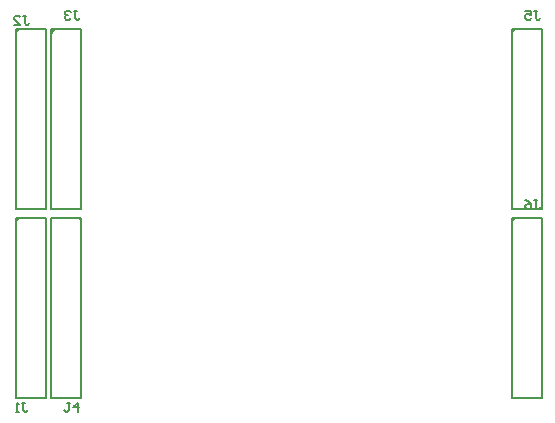
<source format=gbo>
G04*
G04 #@! TF.GenerationSoftware,Altium Limited,Altium Designer,24.5.2 (23)*
G04*
G04 Layer_Color=32896*
%FSLAX44Y44*%
%MOMM*%
G71*
G04*
G04 #@! TF.SameCoordinates,FF7F0701-0BDD-48FF-8A56-710F3804CBA9*
G04*
G04*
G04 #@! TF.FilePolarity,Positive*
G04*
G01*
G75*
%ADD16C,0.1270*%
%ADD17C,0.0500*%
%ADD18C,0.1780*%
D16*
X67300Y173800D02*
X92700D01*
X67300Y326200D02*
X92700D01*
Y173800D02*
Y326200D01*
X67300Y173800D02*
Y326200D01*
X97300Y333800D02*
X122700D01*
X97300Y486200D02*
X122700D01*
Y333800D02*
Y486200D01*
X97300Y333800D02*
Y486200D01*
Y173800D02*
X122700D01*
X97300Y326200D02*
X122700D01*
X97300Y173800D02*
Y326200D01*
X122700Y173800D02*
Y326200D01*
X67300Y333800D02*
X92700D01*
X67300Y486200D02*
X92700D01*
Y333800D02*
Y486200D01*
X67300Y333800D02*
Y486200D01*
X487300Y173800D02*
Y326200D01*
X512700Y173800D02*
Y326200D01*
X487300D02*
X512700D01*
X487300Y173800D02*
X512700D01*
X487300Y333800D02*
Y486200D01*
X512700Y333800D02*
Y486200D01*
X487300D02*
X512700D01*
X487300Y333800D02*
X512700D01*
D17*
X67674Y322686D02*
Y323297D01*
X70280Y325902D01*
X69925D02*
X70280D01*
X67738Y323715D02*
X69925Y325902D01*
X67738Y323715D02*
Y324133D01*
X69347Y325742D01*
X69056D02*
X69347D01*
X67641Y324327D02*
X69056Y325742D01*
X67641Y324327D02*
Y324712D01*
X68735Y325806D01*
X68285D02*
X68735D01*
X67578Y325099D02*
X68285Y325806D01*
X97674Y482686D02*
Y483297D01*
X100280Y485902D01*
X99925D02*
X100280D01*
X97738Y483715D02*
X99925Y485902D01*
X97738Y483715D02*
Y484133D01*
X99347Y485742D01*
X99056D02*
X99347D01*
X97641Y484327D02*
X99056Y485742D01*
X97641Y484327D02*
Y484712D01*
X98735Y485806D01*
X98285D02*
X98735D01*
X97578Y485099D02*
X98285Y485806D01*
X122326Y322686D02*
Y323297D01*
X119720Y325902D02*
X122326Y323297D01*
X119720Y325902D02*
X120075D01*
X122262Y323715D01*
Y324133D01*
X120653Y325742D02*
X122262Y324133D01*
X120653Y325742D02*
X120943D01*
X122359Y324327D01*
Y324712D01*
X121265Y325806D02*
X122359Y324712D01*
X121265Y325806D02*
X121715D01*
X122422Y325099D01*
X67674Y482686D02*
Y483297D01*
X70280Y485902D01*
X69925D02*
X70280D01*
X67738Y483715D02*
X69925Y485902D01*
X67738Y483715D02*
Y484133D01*
X69347Y485742D01*
X69056D02*
X69347D01*
X67641Y484327D02*
X69056Y485742D01*
X67641Y484327D02*
Y484712D01*
X68735Y485806D01*
X68285D02*
X68735D01*
X67578Y485099D02*
X68285Y485806D01*
X487578Y325099D02*
X488285Y325806D01*
X488735D01*
X487641Y324712D02*
X488735Y325806D01*
X487641Y324327D02*
Y324712D01*
Y324327D02*
X489057Y325742D01*
X489347D01*
X487738Y324133D02*
X489347Y325742D01*
X487738Y323715D02*
Y324133D01*
Y323715D02*
X489925Y325902D01*
X490280D01*
X487674Y323297D02*
X490280Y325902D01*
X487674Y322686D02*
Y323297D01*
X487578Y485099D02*
X488285Y485806D01*
X488735D01*
X487641Y484712D02*
X488735Y485806D01*
X487641Y484327D02*
Y484712D01*
Y484327D02*
X489057Y485742D01*
X489347D01*
X487738Y484133D02*
X489347Y485742D01*
X487738Y483715D02*
Y484133D01*
Y483715D02*
X489925Y485902D01*
X490280D01*
X487674Y483297D02*
X490280Y485902D01*
X487674Y482686D02*
Y483297D01*
D18*
X506352Y341381D02*
X508891D01*
X507621D01*
Y335033D01*
X508891Y333764D01*
X510160D01*
X511430Y335033D01*
X498734Y341381D02*
X501273Y340112D01*
X503812Y337573D01*
Y335033D01*
X502543Y333764D01*
X500004D01*
X498734Y335033D01*
Y336303D01*
X500004Y337573D01*
X503812D01*
X506352Y501401D02*
X508891D01*
X507621D01*
Y495053D01*
X508891Y493784D01*
X510160D01*
X511430Y495053D01*
X498734Y501401D02*
X503812D01*
Y497593D01*
X501273Y498862D01*
X500004D01*
X498734Y497593D01*
Y495053D01*
X500004Y493784D01*
X502543D01*
X503812Y495053D01*
X113730Y169409D02*
X111191D01*
X112461D01*
Y163061D01*
X111191Y161791D01*
X109922D01*
X108652Y163061D01*
X120078Y161791D02*
Y169409D01*
X116270Y165600D01*
X121348D01*
X116462Y501401D02*
X119001D01*
X117731D01*
Y495053D01*
X119001Y493784D01*
X120270D01*
X121540Y495053D01*
X113923Y500132D02*
X112653Y501401D01*
X110114D01*
X108844Y500132D01*
Y498862D01*
X110114Y497593D01*
X111383D01*
X110114D01*
X108844Y496323D01*
Y495053D01*
X110114Y493784D01*
X112653D01*
X113923Y495053D01*
X73770Y497309D02*
X76309D01*
X75039D01*
Y490961D01*
X76309Y489691D01*
X77578D01*
X78848Y490961D01*
X66152Y489691D02*
X71230D01*
X66152Y494770D01*
Y496039D01*
X67422Y497309D01*
X69961D01*
X71230Y496039D01*
X72500Y169409D02*
X75039D01*
X73770D01*
Y163061D01*
X75039Y161791D01*
X76309D01*
X77578Y163061D01*
X69961Y161791D02*
X67422D01*
X68691D01*
Y169409D01*
X69961Y168139D01*
M02*

</source>
